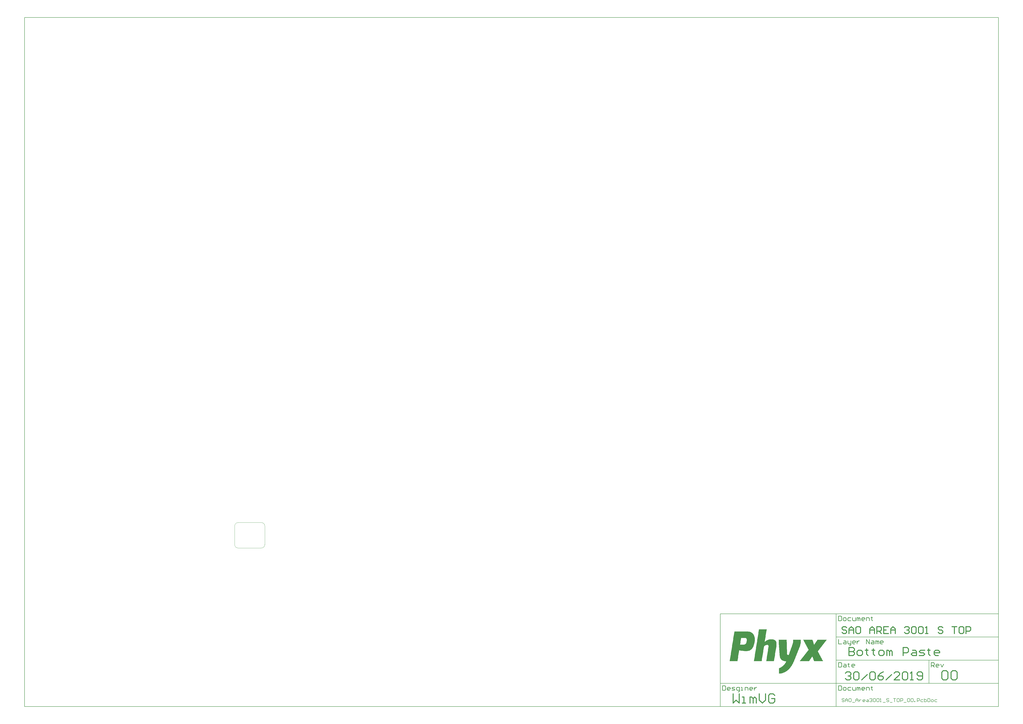
<source format=gbp>
G04*
G04 #@! TF.GenerationSoftware,Altium Limited,Altium Designer,18.1.11 (251)*
G04*
G04 Layer_Color=128*
%FSLAX25Y25*%
%MOIN*%
G70*
G01*
G75*
%ADD10C,0.01575*%
%ADD11C,0.00394*%
%ADD12C,0.00787*%
%ADD13C,0.00984*%
G36*
X872201Y-141778D02*
X873919D01*
Y-142065D01*
X874778D01*
Y-142351D01*
X875637D01*
Y-142637D01*
X876496D01*
Y-142924D01*
X877069D01*
Y-143210D01*
X877355D01*
Y-143496D01*
X877928D01*
Y-143783D01*
X878214D01*
Y-144069D01*
X878786D01*
Y-144355D01*
X879073D01*
Y-144641D01*
X879359D01*
Y-144928D01*
X879646D01*
Y-145214D01*
X879932D01*
Y-145501D01*
X880218D01*
Y-145787D01*
X880504D01*
Y-146073D01*
Y-146359D01*
X880791D01*
Y-146646D01*
X881077D01*
Y-146932D01*
Y-147218D01*
X881363D01*
Y-147505D01*
X881650D01*
Y-147791D01*
Y-148077D01*
X881936D01*
Y-148364D01*
Y-148650D01*
Y-148936D01*
X882222D01*
Y-149223D01*
Y-149509D01*
Y-149795D01*
X882509D01*
Y-150082D01*
Y-150368D01*
Y-150654D01*
Y-150940D01*
X882795D01*
Y-151227D01*
Y-151513D01*
Y-151799D01*
Y-152086D01*
Y-152372D01*
X883081D01*
Y-152658D01*
Y-152945D01*
Y-153231D01*
Y-153517D01*
Y-153804D01*
Y-154090D01*
Y-154376D01*
Y-154663D01*
Y-154949D01*
Y-155235D01*
Y-155521D01*
Y-155808D01*
Y-156094D01*
Y-156380D01*
Y-156667D01*
Y-156953D01*
Y-157239D01*
Y-157526D01*
Y-157812D01*
Y-158098D01*
X882795D01*
Y-158385D01*
Y-158671D01*
Y-158957D01*
Y-159244D01*
Y-159530D01*
Y-159816D01*
Y-160102D01*
X882509D01*
Y-160389D01*
Y-160675D01*
Y-160961D01*
Y-161248D01*
Y-161534D01*
X882222D01*
Y-161820D01*
Y-162107D01*
Y-162393D01*
Y-162679D01*
Y-162966D01*
X881936D01*
Y-163252D01*
Y-163538D01*
Y-163824D01*
X881650D01*
Y-164111D01*
Y-164397D01*
Y-164683D01*
Y-164970D01*
X881363D01*
Y-165256D01*
Y-165542D01*
Y-165829D01*
X881077D01*
Y-166115D01*
Y-166401D01*
X880791D01*
Y-166688D01*
Y-166974D01*
Y-167260D01*
X880504D01*
Y-167547D01*
Y-167833D01*
X880218D01*
Y-168119D01*
Y-168405D01*
X879932D01*
Y-168692D01*
Y-168978D01*
X879646D01*
Y-169264D01*
X879359D01*
Y-169551D01*
Y-169837D01*
X879073D01*
Y-170123D01*
X878786D01*
Y-170410D01*
X878500D01*
Y-170696D01*
Y-170982D01*
X878214D01*
Y-171269D01*
X877928D01*
Y-171555D01*
X877641D01*
Y-171841D01*
X877355D01*
Y-172127D01*
X877069D01*
Y-172414D01*
X876496D01*
Y-172700D01*
X876210D01*
Y-172986D01*
X875637D01*
Y-173273D01*
X875351D01*
Y-173559D01*
X874778D01*
Y-173845D01*
X873919D01*
Y-174132D01*
X873060D01*
Y-174418D01*
X872201D01*
Y-174704D01*
X870483D01*
Y-174991D01*
X865330D01*
Y-174704D01*
X862753D01*
Y-174418D01*
X860749D01*
Y-174132D01*
X859317D01*
Y-173845D01*
X857886D01*
Y-173559D01*
X856454D01*
Y-173845D01*
Y-174132D01*
Y-174418D01*
Y-174704D01*
Y-174991D01*
Y-175277D01*
Y-175563D01*
X856168D01*
Y-175850D01*
Y-176136D01*
Y-176422D01*
Y-176709D01*
Y-176995D01*
Y-177281D01*
X855882D01*
Y-177568D01*
Y-177854D01*
Y-178140D01*
Y-178426D01*
Y-178713D01*
Y-178999D01*
X855595D01*
Y-179285D01*
Y-179572D01*
Y-179858D01*
Y-180144D01*
Y-180431D01*
Y-180717D01*
Y-181003D01*
X855309D01*
Y-181290D01*
Y-181576D01*
Y-181862D01*
Y-182149D01*
Y-182435D01*
Y-182721D01*
X855023D01*
Y-183007D01*
Y-183294D01*
Y-183580D01*
Y-183866D01*
Y-184153D01*
Y-184439D01*
X854736D01*
Y-184725D01*
Y-185012D01*
Y-185298D01*
Y-185584D01*
Y-185871D01*
Y-186157D01*
Y-186443D01*
X854450D01*
Y-186730D01*
Y-187016D01*
Y-187302D01*
Y-187588D01*
Y-187875D01*
Y-188161D01*
X854164D01*
Y-188447D01*
Y-188734D01*
Y-189020D01*
Y-189306D01*
Y-189593D01*
Y-189879D01*
X853877D01*
Y-190165D01*
Y-190452D01*
Y-190738D01*
Y-191024D01*
Y-191311D01*
Y-191597D01*
Y-191883D01*
X840421D01*
Y-191597D01*
X840707D01*
Y-191311D01*
Y-191024D01*
Y-190738D01*
Y-190452D01*
Y-190165D01*
X840993D01*
Y-189879D01*
Y-189593D01*
Y-189306D01*
Y-189020D01*
Y-188734D01*
Y-188447D01*
Y-188161D01*
X841280D01*
Y-187875D01*
Y-187588D01*
Y-187302D01*
Y-187016D01*
Y-186730D01*
Y-186443D01*
X841566D01*
Y-186157D01*
Y-185871D01*
Y-185584D01*
Y-185298D01*
Y-185012D01*
Y-184725D01*
X841852D01*
Y-184439D01*
Y-184153D01*
Y-183866D01*
Y-183580D01*
Y-183294D01*
Y-183007D01*
Y-182721D01*
X842138D01*
Y-182435D01*
Y-182149D01*
Y-181862D01*
Y-181576D01*
Y-181290D01*
Y-181003D01*
X842425D01*
Y-180717D01*
Y-180431D01*
Y-180144D01*
Y-179858D01*
Y-179572D01*
Y-179285D01*
X842711D01*
Y-178999D01*
Y-178713D01*
Y-178426D01*
Y-178140D01*
Y-177854D01*
Y-177568D01*
X842997D01*
Y-177281D01*
Y-176995D01*
Y-176709D01*
Y-176422D01*
Y-176136D01*
Y-175850D01*
Y-175563D01*
X843284D01*
Y-175277D01*
Y-174991D01*
Y-174704D01*
Y-174418D01*
Y-174132D01*
Y-173845D01*
X843570D01*
Y-173559D01*
Y-173273D01*
Y-172986D01*
Y-172700D01*
Y-172414D01*
Y-172127D01*
X843856D01*
Y-171841D01*
Y-171555D01*
Y-171269D01*
Y-170982D01*
Y-170696D01*
Y-170410D01*
X844143D01*
Y-170123D01*
Y-169837D01*
Y-169551D01*
Y-169264D01*
Y-168978D01*
Y-168692D01*
Y-168405D01*
X844429D01*
Y-168119D01*
Y-167833D01*
Y-167547D01*
Y-167260D01*
Y-166974D01*
Y-166688D01*
X844715D01*
Y-166401D01*
Y-166115D01*
Y-165829D01*
Y-165542D01*
Y-165256D01*
Y-164970D01*
X845002D01*
Y-164683D01*
Y-164397D01*
Y-164111D01*
Y-163824D01*
Y-163538D01*
Y-163252D01*
Y-162966D01*
X845288D01*
Y-162679D01*
Y-162393D01*
Y-162107D01*
Y-161820D01*
Y-161534D01*
Y-161248D01*
X845574D01*
Y-160961D01*
Y-160675D01*
Y-160389D01*
Y-160102D01*
Y-159816D01*
Y-159530D01*
X845861D01*
Y-159244D01*
Y-158957D01*
Y-158671D01*
Y-158385D01*
Y-158098D01*
Y-157812D01*
X846147D01*
Y-157526D01*
Y-157239D01*
Y-156953D01*
Y-156667D01*
Y-156380D01*
Y-156094D01*
Y-155808D01*
X846433D01*
Y-155521D01*
Y-155235D01*
Y-154949D01*
Y-154663D01*
Y-154376D01*
Y-154090D01*
X846719D01*
Y-153804D01*
Y-153517D01*
Y-153231D01*
Y-152945D01*
Y-152658D01*
Y-152372D01*
X847006D01*
Y-152086D01*
Y-151799D01*
Y-151513D01*
Y-151227D01*
Y-150940D01*
Y-150654D01*
Y-150368D01*
X847292D01*
Y-150082D01*
Y-149795D01*
Y-149509D01*
Y-149223D01*
Y-148936D01*
Y-148650D01*
X847578D01*
Y-148364D01*
Y-148077D01*
Y-147791D01*
Y-147505D01*
Y-147218D01*
Y-146932D01*
X847865D01*
Y-146646D01*
Y-146359D01*
Y-146073D01*
Y-145787D01*
Y-145501D01*
Y-145214D01*
Y-144928D01*
X848151D01*
Y-144641D01*
Y-144355D01*
Y-144069D01*
Y-143783D01*
Y-143496D01*
Y-143210D01*
X848437D01*
Y-142924D01*
Y-142637D01*
Y-142351D01*
Y-142065D01*
Y-141778D01*
Y-141492D01*
X872201D01*
Y-141778D01*
D02*
G37*
G36*
X903409Y-138343D02*
Y-138629D01*
X903123D01*
Y-138915D01*
Y-139202D01*
Y-139488D01*
Y-139774D01*
Y-140060D01*
Y-140347D01*
X902837D01*
Y-140633D01*
Y-140919D01*
Y-141206D01*
Y-141492D01*
Y-141778D01*
Y-142065D01*
X902551D01*
Y-142351D01*
Y-142637D01*
Y-142924D01*
Y-143210D01*
Y-143496D01*
Y-143783D01*
Y-144069D01*
X902264D01*
Y-144355D01*
Y-144641D01*
Y-144928D01*
Y-145214D01*
Y-145501D01*
Y-145787D01*
X901978D01*
Y-146073D01*
Y-146359D01*
Y-146646D01*
Y-146932D01*
Y-147218D01*
Y-147505D01*
X901692D01*
Y-147791D01*
Y-148077D01*
Y-148364D01*
Y-148650D01*
Y-148936D01*
Y-149223D01*
Y-149509D01*
X901405D01*
Y-149795D01*
Y-150082D01*
Y-150368D01*
Y-150654D01*
Y-150940D01*
Y-151227D01*
X901119D01*
Y-151513D01*
Y-151799D01*
Y-152086D01*
Y-152372D01*
Y-152658D01*
Y-152945D01*
X900833D01*
Y-153231D01*
Y-153517D01*
Y-153804D01*
Y-154090D01*
Y-154376D01*
Y-154663D01*
X900546D01*
Y-154949D01*
Y-155235D01*
Y-155521D01*
Y-155808D01*
Y-156094D01*
Y-156380D01*
Y-156667D01*
X900260D01*
Y-156953D01*
Y-157239D01*
Y-157526D01*
Y-157812D01*
Y-158098D01*
Y-158385D01*
X899974D01*
Y-158671D01*
Y-158957D01*
X900546D01*
Y-158671D01*
X900833D01*
Y-158385D01*
X901119D01*
Y-158098D01*
X901692D01*
Y-157812D01*
X901978D01*
Y-157526D01*
X902264D01*
Y-157239D01*
X902837D01*
Y-156953D01*
X903409D01*
Y-156667D01*
X903696D01*
Y-156380D01*
X904268D01*
Y-156094D01*
X905127D01*
Y-155808D01*
X905700D01*
Y-155521D01*
X906559D01*
Y-155235D01*
X907990D01*
Y-154949D01*
X914289D01*
Y-155235D01*
X915435D01*
Y-155521D01*
X916294D01*
Y-155808D01*
X916866D01*
Y-156094D01*
X917153D01*
Y-156380D01*
X917725D01*
Y-156667D01*
X918011D01*
Y-156953D01*
X918298D01*
Y-157239D01*
X918584D01*
Y-157526D01*
X918870D01*
Y-157812D01*
Y-158098D01*
X919157D01*
Y-158385D01*
Y-158671D01*
X919443D01*
Y-158957D01*
Y-159244D01*
Y-159530D01*
X919729D01*
Y-159816D01*
Y-160102D01*
Y-160389D01*
Y-160675D01*
X920016D01*
Y-160961D01*
Y-161248D01*
Y-161534D01*
Y-161820D01*
Y-162107D01*
Y-162393D01*
Y-162679D01*
Y-162966D01*
Y-163252D01*
Y-163538D01*
Y-163824D01*
Y-164111D01*
Y-164397D01*
Y-164683D01*
Y-164970D01*
Y-165256D01*
Y-165542D01*
Y-165829D01*
X919729D01*
Y-166115D01*
Y-166401D01*
Y-166688D01*
Y-166974D01*
Y-167260D01*
Y-167547D01*
Y-167833D01*
X919443D01*
Y-168119D01*
Y-168405D01*
Y-168692D01*
Y-168978D01*
Y-169264D01*
Y-169551D01*
Y-169837D01*
X919157D01*
Y-170123D01*
Y-170410D01*
Y-170696D01*
Y-170982D01*
Y-171269D01*
Y-171555D01*
X918870D01*
Y-171841D01*
Y-172127D01*
Y-172414D01*
Y-172700D01*
Y-172986D01*
Y-173273D01*
X918584D01*
Y-173559D01*
Y-173845D01*
Y-174132D01*
Y-174418D01*
Y-174704D01*
Y-174991D01*
X918298D01*
Y-175277D01*
Y-175563D01*
Y-175850D01*
Y-176136D01*
Y-176422D01*
Y-176709D01*
Y-176995D01*
X918011D01*
Y-177281D01*
Y-177568D01*
Y-177854D01*
Y-178140D01*
Y-178426D01*
Y-178713D01*
X917725D01*
Y-178999D01*
Y-179285D01*
Y-179572D01*
Y-179858D01*
Y-180144D01*
Y-180431D01*
X917439D01*
Y-180717D01*
Y-181003D01*
Y-181290D01*
Y-181576D01*
Y-181862D01*
Y-182149D01*
Y-182435D01*
X917153D01*
Y-182721D01*
Y-183007D01*
Y-183294D01*
Y-183580D01*
Y-183866D01*
Y-184153D01*
X916866D01*
Y-184439D01*
Y-184725D01*
Y-185012D01*
Y-185298D01*
Y-185584D01*
Y-185871D01*
X916580D01*
Y-186157D01*
Y-186443D01*
Y-186730D01*
Y-187016D01*
Y-187302D01*
Y-187588D01*
X916294D01*
Y-187875D01*
Y-188161D01*
Y-188447D01*
Y-188734D01*
Y-189020D01*
Y-189306D01*
Y-189593D01*
X916007D01*
Y-189879D01*
Y-190165D01*
Y-190452D01*
Y-190738D01*
Y-191024D01*
Y-191311D01*
X915721D01*
Y-191597D01*
Y-191883D01*
X902551D01*
Y-191597D01*
Y-191311D01*
X902837D01*
Y-191024D01*
Y-190738D01*
Y-190452D01*
Y-190165D01*
Y-189879D01*
Y-189593D01*
X903123D01*
Y-189306D01*
Y-189020D01*
Y-188734D01*
Y-188447D01*
Y-188161D01*
Y-187875D01*
Y-187588D01*
X903409D01*
Y-187302D01*
Y-187016D01*
Y-186730D01*
Y-186443D01*
Y-186157D01*
Y-185871D01*
X903696D01*
Y-185584D01*
Y-185298D01*
Y-185012D01*
Y-184725D01*
Y-184439D01*
Y-184153D01*
X903982D01*
Y-183866D01*
Y-183580D01*
Y-183294D01*
Y-183007D01*
Y-182721D01*
Y-182435D01*
Y-182149D01*
X904268D01*
Y-181862D01*
Y-181576D01*
Y-181290D01*
Y-181003D01*
Y-180717D01*
Y-180431D01*
X904555D01*
Y-180144D01*
Y-179858D01*
Y-179572D01*
Y-179285D01*
Y-178999D01*
Y-178713D01*
Y-178426D01*
X904841D01*
Y-178140D01*
Y-177854D01*
Y-177568D01*
Y-177281D01*
Y-176995D01*
Y-176709D01*
X905127D01*
Y-176422D01*
Y-176136D01*
Y-175850D01*
Y-175563D01*
Y-175277D01*
Y-174991D01*
X905414D01*
Y-174704D01*
Y-174418D01*
Y-174132D01*
Y-173845D01*
Y-173559D01*
Y-173273D01*
X905700D01*
Y-172986D01*
Y-172700D01*
Y-172414D01*
Y-172127D01*
Y-171841D01*
Y-171555D01*
Y-171269D01*
X905986D01*
Y-170982D01*
Y-170696D01*
Y-170410D01*
Y-170123D01*
Y-169837D01*
Y-169551D01*
X906273D01*
Y-169264D01*
Y-168978D01*
Y-168692D01*
Y-168405D01*
Y-168119D01*
Y-167833D01*
Y-167547D01*
X906559D01*
Y-167260D01*
Y-166974D01*
Y-166688D01*
Y-166401D01*
Y-166115D01*
Y-165829D01*
X906273D01*
Y-165542D01*
Y-165256D01*
X905986D01*
Y-164970D01*
X905700D01*
Y-164683D01*
X905127D01*
Y-164397D01*
X903409D01*
Y-164683D01*
X901978D01*
Y-164970D01*
X901119D01*
Y-165256D01*
X900546D01*
Y-165542D01*
X900260D01*
Y-165829D01*
X899687D01*
Y-166115D01*
X899401D01*
Y-166401D01*
X899115D01*
Y-166688D01*
Y-166974D01*
X898828D01*
Y-167260D01*
Y-167547D01*
Y-167833D01*
X898542D01*
Y-168119D01*
Y-168405D01*
Y-168692D01*
Y-168978D01*
Y-169264D01*
Y-169551D01*
X898256D01*
Y-169837D01*
Y-170123D01*
Y-170410D01*
Y-170696D01*
Y-170982D01*
Y-171269D01*
Y-171555D01*
X897970D01*
Y-171841D01*
Y-172127D01*
Y-172414D01*
Y-172700D01*
Y-172986D01*
Y-173273D01*
X897683D01*
Y-173559D01*
Y-173845D01*
Y-174132D01*
Y-174418D01*
Y-174704D01*
Y-174991D01*
X897397D01*
Y-175277D01*
Y-175563D01*
Y-175850D01*
Y-176136D01*
Y-176422D01*
Y-176709D01*
X897111D01*
Y-176995D01*
Y-177281D01*
Y-177568D01*
Y-177854D01*
Y-178140D01*
Y-178426D01*
Y-178713D01*
X896824D01*
Y-178999D01*
Y-179285D01*
Y-179572D01*
Y-179858D01*
Y-180144D01*
Y-180431D01*
X896538D01*
Y-180717D01*
Y-181003D01*
Y-181290D01*
Y-181576D01*
Y-181862D01*
Y-182149D01*
X896252D01*
Y-182435D01*
Y-182721D01*
Y-183007D01*
Y-183294D01*
Y-183580D01*
Y-183866D01*
Y-184153D01*
X895965D01*
Y-184439D01*
Y-184725D01*
Y-185012D01*
Y-185298D01*
Y-185584D01*
Y-185871D01*
X895679D01*
Y-186157D01*
Y-186443D01*
Y-186730D01*
Y-187016D01*
Y-187302D01*
Y-187588D01*
X895393D01*
Y-187875D01*
Y-188161D01*
Y-188447D01*
Y-188734D01*
Y-189020D01*
Y-189306D01*
X895106D01*
Y-189593D01*
Y-189879D01*
Y-190165D01*
Y-190452D01*
Y-190738D01*
Y-191024D01*
Y-191311D01*
X894820D01*
Y-191597D01*
Y-191883D01*
X881650D01*
Y-191597D01*
Y-191311D01*
X881936D01*
Y-191024D01*
Y-190738D01*
Y-190452D01*
Y-190165D01*
Y-189879D01*
Y-189593D01*
Y-189306D01*
X882222D01*
Y-189020D01*
Y-188734D01*
Y-188447D01*
Y-188161D01*
Y-187875D01*
Y-187588D01*
X882509D01*
Y-187302D01*
Y-187016D01*
Y-186730D01*
Y-186443D01*
Y-186157D01*
Y-185871D01*
X882795D01*
Y-185584D01*
Y-185298D01*
Y-185012D01*
Y-184725D01*
Y-184439D01*
Y-184153D01*
Y-183866D01*
X883081D01*
Y-183580D01*
Y-183294D01*
Y-183007D01*
Y-182721D01*
Y-182435D01*
Y-182149D01*
X883368D01*
Y-181862D01*
Y-181576D01*
Y-181290D01*
Y-181003D01*
Y-180717D01*
Y-180431D01*
X883654D01*
Y-180144D01*
Y-179858D01*
Y-179572D01*
Y-179285D01*
Y-178999D01*
Y-178713D01*
X883940D01*
Y-178426D01*
Y-178140D01*
Y-177854D01*
Y-177568D01*
Y-177281D01*
Y-176995D01*
Y-176709D01*
X884227D01*
Y-176422D01*
Y-176136D01*
Y-175850D01*
Y-175563D01*
Y-175277D01*
Y-174991D01*
X884513D01*
Y-174704D01*
Y-174418D01*
Y-174132D01*
Y-173845D01*
Y-173559D01*
Y-173273D01*
X884799D01*
Y-172986D01*
Y-172700D01*
Y-172414D01*
Y-172127D01*
Y-171841D01*
Y-171555D01*
Y-171269D01*
X885085D01*
Y-170982D01*
Y-170696D01*
Y-170410D01*
Y-170123D01*
Y-169837D01*
Y-169551D01*
X885372D01*
Y-169264D01*
Y-168978D01*
Y-168692D01*
Y-168405D01*
Y-168119D01*
Y-167833D01*
X885658D01*
Y-167547D01*
Y-167260D01*
Y-166974D01*
Y-166688D01*
Y-166401D01*
Y-166115D01*
X885944D01*
Y-165829D01*
Y-165542D01*
Y-165256D01*
Y-164970D01*
Y-164683D01*
Y-164397D01*
Y-164111D01*
X886231D01*
Y-163824D01*
Y-163538D01*
Y-163252D01*
Y-162966D01*
Y-162679D01*
Y-162393D01*
X886517D01*
Y-162107D01*
Y-161820D01*
Y-161534D01*
Y-161248D01*
Y-160961D01*
Y-160675D01*
X886803D01*
Y-160389D01*
Y-160102D01*
Y-159816D01*
Y-159530D01*
Y-159244D01*
Y-158957D01*
X887090D01*
Y-158671D01*
Y-158385D01*
Y-158098D01*
Y-157812D01*
Y-157526D01*
Y-157239D01*
Y-156953D01*
X887376D01*
Y-156667D01*
Y-156380D01*
Y-156094D01*
Y-155808D01*
Y-155521D01*
Y-155235D01*
X887662D01*
Y-154949D01*
Y-154663D01*
Y-154376D01*
Y-154090D01*
Y-153804D01*
Y-153517D01*
X887949D01*
Y-153231D01*
Y-152945D01*
Y-152658D01*
Y-152372D01*
Y-152086D01*
Y-151799D01*
Y-151513D01*
X888235D01*
Y-151227D01*
Y-150940D01*
Y-150654D01*
Y-150368D01*
Y-150082D01*
Y-149795D01*
X888521D01*
Y-149509D01*
Y-149223D01*
Y-148936D01*
Y-148650D01*
Y-148364D01*
Y-148077D01*
X888807D01*
Y-147791D01*
Y-147505D01*
Y-147218D01*
Y-146932D01*
Y-146646D01*
Y-146359D01*
X889094D01*
Y-146073D01*
Y-145787D01*
Y-145501D01*
Y-145214D01*
Y-144928D01*
Y-144641D01*
Y-144355D01*
X889380D01*
Y-144069D01*
Y-143783D01*
Y-143496D01*
Y-143210D01*
Y-142924D01*
Y-142637D01*
X889666D01*
Y-142351D01*
Y-142065D01*
Y-141778D01*
Y-141492D01*
Y-141206D01*
Y-140919D01*
X889953D01*
Y-140633D01*
Y-140347D01*
Y-140060D01*
Y-139774D01*
Y-139488D01*
Y-139202D01*
Y-138915D01*
X890239D01*
Y-138629D01*
Y-138343D01*
Y-138056D01*
X903409D01*
Y-138343D01*
D02*
G37*
G36*
X1005337Y-155808D02*
X1005050D01*
Y-156094D01*
X1004764D01*
Y-156380D01*
Y-156667D01*
X1004478D01*
Y-156953D01*
X1004192D01*
Y-157239D01*
X1003905D01*
Y-157526D01*
Y-157812D01*
X1003619D01*
Y-158098D01*
X1003333D01*
Y-158385D01*
X1003046D01*
Y-158671D01*
X1002760D01*
Y-158957D01*
Y-159244D01*
X1002474D01*
Y-159530D01*
X1002187D01*
Y-159816D01*
X1001901D01*
Y-160102D01*
Y-160389D01*
X1001615D01*
Y-160675D01*
X1001328D01*
Y-160961D01*
X1001042D01*
Y-161248D01*
X1000756D01*
Y-161534D01*
Y-161820D01*
X1000469D01*
Y-162107D01*
X1000183D01*
Y-162393D01*
X999897D01*
Y-162679D01*
Y-162966D01*
X999611D01*
Y-163252D01*
X999324D01*
Y-163538D01*
X999038D01*
Y-163824D01*
Y-164111D01*
X998752D01*
Y-164397D01*
X998465D01*
Y-164683D01*
X998179D01*
Y-164970D01*
X997893D01*
Y-165256D01*
Y-165542D01*
X997606D01*
Y-165829D01*
X997320D01*
Y-166115D01*
X997034D01*
Y-166401D01*
Y-166688D01*
X996747D01*
Y-166974D01*
X996461D01*
Y-167260D01*
X996175D01*
Y-167547D01*
Y-167833D01*
X995889D01*
Y-168119D01*
X995602D01*
Y-168405D01*
X995316D01*
Y-168692D01*
X995030D01*
Y-168978D01*
Y-169264D01*
X994743D01*
Y-169551D01*
X994457D01*
Y-169837D01*
X994171D01*
Y-170123D01*
Y-170410D01*
X993884D01*
Y-170696D01*
X993598D01*
Y-170982D01*
X993312D01*
Y-171269D01*
Y-171555D01*
X993025D01*
Y-171841D01*
X992739D01*
Y-172127D01*
X992453D01*
Y-172414D01*
X992166D01*
Y-172700D01*
Y-172986D01*
X991880D01*
Y-173273D01*
X991594D01*
Y-173559D01*
X991308D01*
Y-173845D01*
Y-174132D01*
X991021D01*
Y-174418D01*
X990735D01*
Y-174704D01*
X990449D01*
Y-174991D01*
X990162D01*
Y-175277D01*
Y-175563D01*
X990449D01*
Y-175850D01*
Y-176136D01*
X990735D01*
Y-176422D01*
Y-176709D01*
X991021D01*
Y-176995D01*
X991308D01*
Y-177281D01*
Y-177568D01*
X991594D01*
Y-177854D01*
Y-178140D01*
X991880D01*
Y-178426D01*
Y-178713D01*
X992166D01*
Y-178999D01*
Y-179285D01*
X992453D01*
Y-179572D01*
Y-179858D01*
X992739D01*
Y-180144D01*
Y-180431D01*
X993025D01*
Y-180717D01*
Y-181003D01*
X993312D01*
Y-181290D01*
Y-181576D01*
X993598D01*
Y-181862D01*
X993884D01*
Y-182149D01*
Y-182435D01*
X994171D01*
Y-182721D01*
Y-183007D01*
X994457D01*
Y-183294D01*
Y-183580D01*
X994743D01*
Y-183866D01*
Y-184153D01*
X995030D01*
Y-184439D01*
Y-184725D01*
X995316D01*
Y-185012D01*
Y-185298D01*
X995602D01*
Y-185584D01*
Y-185871D01*
X995889D01*
Y-186157D01*
X996175D01*
Y-186443D01*
Y-186730D01*
X996461D01*
Y-187016D01*
Y-187302D01*
X996747D01*
Y-187588D01*
Y-187875D01*
X997034D01*
Y-188161D01*
Y-188447D01*
X997320D01*
Y-188734D01*
Y-189020D01*
X997606D01*
Y-189306D01*
Y-189593D01*
X997893D01*
Y-189879D01*
Y-190165D01*
X998179D01*
Y-190452D01*
X998465D01*
Y-190738D01*
Y-191024D01*
X998752D01*
Y-191311D01*
Y-191597D01*
X999038D01*
Y-191883D01*
X983863D01*
Y-191597D01*
X983577D01*
Y-191311D01*
Y-191024D01*
Y-190738D01*
X983291D01*
Y-190452D01*
Y-190165D01*
Y-189879D01*
X983004D01*
Y-189593D01*
Y-189306D01*
X982718D01*
Y-189020D01*
Y-188734D01*
Y-188447D01*
X982432D01*
Y-188161D01*
Y-187875D01*
Y-187588D01*
X982146D01*
Y-187302D01*
Y-187016D01*
X981859D01*
Y-186730D01*
Y-186443D01*
Y-186157D01*
X981573D01*
Y-185871D01*
Y-185584D01*
Y-185298D01*
X981287D01*
Y-185012D01*
Y-184725D01*
Y-184439D01*
X981000D01*
Y-184153D01*
X980428D01*
Y-184439D01*
Y-184725D01*
X980141D01*
Y-185012D01*
X979855D01*
Y-185298D01*
Y-185584D01*
X979569D01*
Y-185871D01*
X979282D01*
Y-186157D01*
Y-186443D01*
X978996D01*
Y-186730D01*
X978710D01*
Y-187016D01*
Y-187302D01*
X978423D01*
Y-187588D01*
X978137D01*
Y-187875D01*
X977851D01*
Y-188161D01*
Y-188447D01*
X977565D01*
Y-188734D01*
X977278D01*
Y-189020D01*
Y-189306D01*
X976992D01*
Y-189593D01*
X976705D01*
Y-189879D01*
Y-190165D01*
X976419D01*
Y-190452D01*
X976133D01*
Y-190738D01*
Y-191024D01*
X975847D01*
Y-191311D01*
X975560D01*
Y-191597D01*
Y-191883D01*
X959527D01*
Y-191597D01*
X959813D01*
Y-191311D01*
X960099D01*
Y-191024D01*
X960386D01*
Y-190738D01*
X960672D01*
Y-190452D01*
Y-190165D01*
X960958D01*
Y-189879D01*
X961245D01*
Y-189593D01*
X961531D01*
Y-189306D01*
X961817D01*
Y-189020D01*
Y-188734D01*
X962104D01*
Y-188447D01*
X962390D01*
Y-188161D01*
X962676D01*
Y-187875D01*
Y-187588D01*
X962963D01*
Y-187302D01*
X963249D01*
Y-187016D01*
X963535D01*
Y-186730D01*
X963822D01*
Y-186443D01*
Y-186157D01*
X964108D01*
Y-185871D01*
X964394D01*
Y-185584D01*
X964680D01*
Y-185298D01*
X964967D01*
Y-185012D01*
Y-184725D01*
X965253D01*
Y-184439D01*
X965539D01*
Y-184153D01*
X965826D01*
Y-183866D01*
Y-183580D01*
X966112D01*
Y-183294D01*
X966398D01*
Y-183007D01*
X966685D01*
Y-182721D01*
X966971D01*
Y-182435D01*
Y-182149D01*
X967257D01*
Y-181862D01*
X967544D01*
Y-181576D01*
X967830D01*
Y-181290D01*
Y-181003D01*
X968116D01*
Y-180717D01*
X968402D01*
Y-180431D01*
X968689D01*
Y-180144D01*
X968975D01*
Y-179858D01*
Y-179572D01*
X969261D01*
Y-179285D01*
X969548D01*
Y-178999D01*
X969834D01*
Y-178713D01*
Y-178426D01*
X970120D01*
Y-178140D01*
X970407D01*
Y-177854D01*
X970693D01*
Y-177568D01*
X970979D01*
Y-177281D01*
Y-176995D01*
X971266D01*
Y-176709D01*
X971552D01*
Y-176422D01*
X971838D01*
Y-176136D01*
X972124D01*
Y-175850D01*
Y-175563D01*
X972411D01*
Y-175277D01*
X972697D01*
Y-174991D01*
X972983D01*
Y-174704D01*
Y-174418D01*
X973270D01*
Y-174132D01*
X973556D01*
Y-173845D01*
X973842D01*
Y-173559D01*
X974129D01*
Y-173273D01*
Y-172986D01*
X974415D01*
Y-172700D01*
Y-172414D01*
Y-172127D01*
X974129D01*
Y-171841D01*
X973842D01*
Y-171555D01*
Y-171269D01*
X973556D01*
Y-170982D01*
Y-170696D01*
X973270D01*
Y-170410D01*
Y-170123D01*
X972983D01*
Y-169837D01*
Y-169551D01*
X972697D01*
Y-169264D01*
Y-168978D01*
X972411D01*
Y-168692D01*
Y-168405D01*
X972124D01*
Y-168119D01*
X971838D01*
Y-167833D01*
Y-167547D01*
X971552D01*
Y-167260D01*
Y-166974D01*
X971266D01*
Y-166688D01*
Y-166401D01*
X970979D01*
Y-166115D01*
Y-165829D01*
X970693D01*
Y-165542D01*
Y-165256D01*
X970407D01*
Y-164970D01*
Y-164683D01*
X970120D01*
Y-164397D01*
X969834D01*
Y-164111D01*
Y-163824D01*
X969548D01*
Y-163538D01*
Y-163252D01*
X969261D01*
Y-162966D01*
Y-162679D01*
X968975D01*
Y-162393D01*
Y-162107D01*
X968689D01*
Y-161820D01*
Y-161534D01*
X968402D01*
Y-161248D01*
Y-160961D01*
X968116D01*
Y-160675D01*
Y-160389D01*
X967830D01*
Y-160102D01*
X967544D01*
Y-159816D01*
Y-159530D01*
X967257D01*
Y-159244D01*
Y-158957D01*
X966971D01*
Y-158671D01*
Y-158385D01*
X966685D01*
Y-158098D01*
Y-157812D01*
X966398D01*
Y-157526D01*
Y-157239D01*
X966112D01*
Y-156953D01*
Y-156667D01*
X965826D01*
Y-156380D01*
X965539D01*
Y-156094D01*
Y-155808D01*
X965253D01*
Y-155521D01*
X981000D01*
Y-155808D01*
X981287D01*
Y-156094D01*
Y-156380D01*
Y-156667D01*
X981573D01*
Y-156953D01*
Y-157239D01*
Y-157526D01*
X981859D01*
Y-157812D01*
Y-158098D01*
Y-158385D01*
X982146D01*
Y-158671D01*
Y-158957D01*
Y-159244D01*
X982432D01*
Y-159530D01*
Y-159816D01*
Y-160102D01*
X982718D01*
Y-160389D01*
Y-160675D01*
Y-160961D01*
X983004D01*
Y-161248D01*
Y-161534D01*
Y-161820D01*
X983291D01*
Y-162107D01*
Y-162393D01*
Y-162679D01*
X983577D01*
Y-162966D01*
Y-163252D01*
Y-163538D01*
Y-163824D01*
X984150D01*
Y-163538D01*
X984436D01*
Y-163252D01*
X984722D01*
Y-162966D01*
Y-162679D01*
X985009D01*
Y-162393D01*
X985295D01*
Y-162107D01*
Y-161820D01*
X985581D01*
Y-161534D01*
X985868D01*
Y-161248D01*
Y-160961D01*
X986154D01*
Y-160675D01*
X986440D01*
Y-160389D01*
Y-160102D01*
X986726D01*
Y-159816D01*
X987013D01*
Y-159530D01*
Y-159244D01*
X987299D01*
Y-158957D01*
X987585D01*
Y-158671D01*
Y-158385D01*
X987872D01*
Y-158098D01*
X988158D01*
Y-157812D01*
Y-157526D01*
X988444D01*
Y-157239D01*
X988731D01*
Y-156953D01*
Y-156667D01*
X989017D01*
Y-156380D01*
X989303D01*
Y-156094D01*
Y-155808D01*
X989590D01*
Y-155521D01*
X1005337D01*
Y-155808D01*
D02*
G37*
G36*
X961245D02*
Y-156094D01*
Y-156380D01*
Y-156667D01*
Y-156953D01*
Y-157239D01*
Y-157526D01*
Y-157812D01*
Y-158098D01*
Y-158385D01*
Y-158671D01*
Y-158957D01*
Y-159244D01*
Y-159530D01*
Y-159816D01*
Y-160102D01*
Y-160389D01*
Y-160675D01*
Y-160961D01*
Y-161248D01*
Y-161534D01*
X960958D01*
Y-161820D01*
Y-162107D01*
Y-162393D01*
Y-162679D01*
Y-162966D01*
X960672D01*
Y-163252D01*
Y-163538D01*
Y-163824D01*
Y-164111D01*
X960386D01*
Y-164397D01*
Y-164683D01*
Y-164970D01*
Y-165256D01*
X960099D01*
Y-165542D01*
Y-165829D01*
Y-166115D01*
X959813D01*
Y-166401D01*
Y-166688D01*
Y-166974D01*
X959527D01*
Y-167260D01*
Y-167547D01*
Y-167833D01*
X959241D01*
Y-168119D01*
Y-168405D01*
Y-168692D01*
X958954D01*
Y-168978D01*
Y-169264D01*
X958668D01*
Y-169551D01*
Y-169837D01*
X958381D01*
Y-170123D01*
Y-170410D01*
Y-170696D01*
X958095D01*
Y-170982D01*
Y-171269D01*
X957809D01*
Y-171555D01*
Y-171841D01*
Y-172127D01*
X957523D01*
Y-172414D01*
Y-172700D01*
X957236D01*
Y-172986D01*
Y-173273D01*
Y-173559D01*
X956950D01*
Y-173845D01*
Y-174132D01*
X956664D01*
Y-174418D01*
Y-174704D01*
Y-174991D01*
X956377D01*
Y-175277D01*
Y-175563D01*
X956091D01*
Y-175850D01*
Y-176136D01*
Y-176422D01*
X955805D01*
Y-176709D01*
Y-176995D01*
X955518D01*
Y-177281D01*
Y-177568D01*
Y-177854D01*
X955232D01*
Y-178140D01*
Y-178426D01*
X954946D01*
Y-178713D01*
Y-178999D01*
Y-179285D01*
X954659D01*
Y-179572D01*
Y-179858D01*
X954373D01*
Y-180144D01*
Y-180431D01*
Y-180717D01*
X954087D01*
Y-181003D01*
Y-181290D01*
X953800D01*
Y-181576D01*
Y-181862D01*
Y-182149D01*
X953514D01*
Y-182435D01*
Y-182721D01*
X953228D01*
Y-183007D01*
Y-183294D01*
Y-183580D01*
X952942D01*
Y-183866D01*
Y-184153D01*
X952655D01*
Y-184439D01*
Y-184725D01*
Y-185012D01*
X952369D01*
Y-185298D01*
Y-185584D01*
X952083D01*
Y-185871D01*
Y-186157D01*
Y-186443D01*
X951796D01*
Y-186730D01*
Y-187016D01*
X951510D01*
Y-187302D01*
Y-187588D01*
Y-187875D01*
X951224D01*
Y-188161D01*
Y-188447D01*
X950937D01*
Y-188734D01*
Y-189020D01*
Y-189306D01*
X950651D01*
Y-189593D01*
Y-189879D01*
X950365D01*
Y-190165D01*
Y-190452D01*
Y-190738D01*
X950078D01*
Y-191024D01*
Y-191311D01*
X949792D01*
Y-191597D01*
Y-191883D01*
Y-192169D01*
X949506D01*
Y-192456D01*
Y-192742D01*
X949220D01*
Y-193028D01*
Y-193315D01*
X948933D01*
Y-193601D01*
Y-193887D01*
X948647D01*
Y-194174D01*
Y-194460D01*
Y-194746D01*
X948361D01*
Y-195033D01*
X948074D01*
Y-195319D01*
Y-195605D01*
Y-195891D01*
X947788D01*
Y-196178D01*
X947502D01*
Y-196464D01*
Y-196750D01*
X947215D01*
Y-197037D01*
Y-197323D01*
X946929D01*
Y-197609D01*
Y-197896D01*
X946643D01*
Y-198182D01*
Y-198468D01*
X946356D01*
Y-198755D01*
X946070D01*
Y-199041D01*
Y-199327D01*
X945784D01*
Y-199614D01*
Y-199900D01*
X945497D01*
Y-200186D01*
X945211D01*
Y-200472D01*
X944925D01*
Y-200759D01*
Y-201045D01*
X944639D01*
Y-201331D01*
X944352D01*
Y-201618D01*
Y-201904D01*
X944066D01*
Y-202190D01*
X943780D01*
Y-202477D01*
X943493D01*
Y-202763D01*
Y-203049D01*
X943207D01*
Y-203336D01*
X942921D01*
Y-203622D01*
X942634D01*
Y-203908D01*
X942348D01*
Y-204195D01*
X942062D01*
Y-204481D01*
Y-204767D01*
X941775D01*
Y-205053D01*
X941489D01*
Y-205340D01*
X941203D01*
Y-205626D01*
X940916D01*
Y-205912D01*
X940630D01*
Y-206199D01*
X940344D01*
Y-206485D01*
X940057D01*
Y-206771D01*
X939485D01*
Y-207058D01*
X939199D01*
Y-207344D01*
X938912D01*
Y-207630D01*
X938626D01*
Y-207917D01*
X938340D01*
Y-208203D01*
X937767D01*
Y-208489D01*
X937481D01*
Y-208776D01*
X936908D01*
Y-209062D01*
X936622D01*
Y-209348D01*
X936049D01*
Y-209634D01*
X935763D01*
Y-209921D01*
X935190D01*
Y-210207D01*
X934618D01*
Y-210493D01*
X934045D01*
Y-210780D01*
X933472D01*
Y-211066D01*
X932900D01*
Y-211352D01*
X932041D01*
Y-211639D01*
X931468D01*
Y-211925D01*
X930609D01*
Y-212211D01*
X929464D01*
Y-212498D01*
X928319D01*
Y-212784D01*
X926601D01*
Y-213070D01*
X924597D01*
Y-213357D01*
X924310D01*
Y-213070D01*
Y-212784D01*
Y-212498D01*
Y-212211D01*
Y-211925D01*
Y-211639D01*
Y-211352D01*
Y-211066D01*
Y-210780D01*
Y-210493D01*
Y-210207D01*
Y-209921D01*
Y-209634D01*
Y-209348D01*
Y-209062D01*
Y-208776D01*
Y-208489D01*
Y-208203D01*
Y-207917D01*
Y-207630D01*
Y-207344D01*
Y-207058D01*
Y-206771D01*
Y-206485D01*
Y-206199D01*
Y-205912D01*
Y-205626D01*
Y-205340D01*
Y-205053D01*
Y-204767D01*
Y-204481D01*
Y-204195D01*
Y-203908D01*
X924883D01*
Y-203622D01*
X925455D01*
Y-203336D01*
X926028D01*
Y-203049D01*
X926601D01*
Y-202763D01*
X927173D01*
Y-202477D01*
X927746D01*
Y-202190D01*
X928032D01*
Y-201904D01*
X928605D01*
Y-201618D01*
X928891D01*
Y-201331D01*
X929464D01*
Y-201045D01*
X929750D01*
Y-200759D01*
X930037D01*
Y-200472D01*
X930609D01*
Y-200186D01*
X930896D01*
Y-199900D01*
X931182D01*
Y-199614D01*
X931468D01*
Y-199327D01*
X931754D01*
Y-199041D01*
X932041D01*
Y-198755D01*
X932327D01*
Y-198468D01*
X932613D01*
Y-198182D01*
X932900D01*
Y-197896D01*
X933186D01*
Y-197609D01*
X933472D01*
Y-197323D01*
X933759D01*
Y-197037D01*
Y-196750D01*
X934045D01*
Y-196464D01*
X934331D01*
Y-196178D01*
X934618D01*
Y-195891D01*
Y-195605D01*
X934904D01*
Y-195319D01*
X935190D01*
Y-195033D01*
Y-194746D01*
X935476D01*
Y-194460D01*
Y-194174D01*
X935763D01*
Y-193887D01*
X936049D01*
Y-193601D01*
Y-193315D01*
X936335D01*
Y-193028D01*
Y-192742D01*
X936622D01*
Y-192456D01*
Y-192169D01*
X934904D01*
Y-191883D01*
X932900D01*
Y-191597D01*
X931754D01*
Y-191311D01*
X931182D01*
Y-191024D01*
X930323D01*
Y-190738D01*
X929750D01*
Y-190452D01*
X929464D01*
Y-190165D01*
X928891D01*
Y-189879D01*
X928605D01*
Y-189593D01*
X928319D01*
Y-189306D01*
X928032D01*
Y-189020D01*
X927746D01*
Y-188734D01*
X927460D01*
Y-188447D01*
Y-188161D01*
X927173D01*
Y-187875D01*
X926887D01*
Y-187588D01*
Y-187302D01*
X926601D01*
Y-187016D01*
Y-186730D01*
X926315D01*
Y-186443D01*
Y-186157D01*
X926028D01*
Y-185871D01*
Y-185584D01*
Y-185298D01*
X925742D01*
Y-185012D01*
Y-184725D01*
Y-184439D01*
Y-184153D01*
X925455D01*
Y-183866D01*
Y-183580D01*
Y-183294D01*
Y-183007D01*
Y-182721D01*
Y-182435D01*
Y-182149D01*
X925169D01*
Y-181862D01*
Y-181576D01*
Y-181290D01*
Y-181003D01*
Y-180717D01*
Y-180431D01*
Y-180144D01*
Y-179858D01*
Y-179572D01*
Y-179285D01*
Y-178999D01*
Y-178713D01*
Y-178426D01*
Y-178140D01*
Y-177854D01*
X924883D01*
Y-177568D01*
Y-177281D01*
Y-176995D01*
Y-176709D01*
Y-176422D01*
Y-176136D01*
Y-175850D01*
Y-175563D01*
Y-175277D01*
Y-174991D01*
Y-174704D01*
Y-174418D01*
Y-174132D01*
Y-173845D01*
Y-173559D01*
X924597D01*
Y-173273D01*
Y-172986D01*
Y-172700D01*
Y-172414D01*
Y-172127D01*
Y-171841D01*
Y-171555D01*
Y-171269D01*
Y-170982D01*
Y-170696D01*
Y-170410D01*
Y-170123D01*
Y-169837D01*
Y-169551D01*
Y-169264D01*
Y-168978D01*
X924310D01*
Y-168692D01*
Y-168405D01*
Y-168119D01*
Y-167833D01*
Y-167547D01*
Y-167260D01*
Y-166974D01*
Y-166688D01*
Y-166401D01*
Y-166115D01*
Y-165829D01*
Y-165542D01*
Y-165256D01*
Y-164970D01*
Y-164683D01*
Y-164397D01*
X924024D01*
Y-164111D01*
Y-163824D01*
Y-163538D01*
Y-163252D01*
Y-162966D01*
Y-162679D01*
Y-162393D01*
Y-162107D01*
Y-161820D01*
Y-161534D01*
Y-161248D01*
Y-160961D01*
Y-160675D01*
Y-160389D01*
X923738D01*
Y-160102D01*
Y-159816D01*
Y-159530D01*
Y-159244D01*
Y-158957D01*
Y-158671D01*
Y-158385D01*
Y-158098D01*
Y-157812D01*
Y-157526D01*
Y-157239D01*
Y-156953D01*
Y-156667D01*
Y-156380D01*
Y-156094D01*
Y-155808D01*
X923451D01*
Y-155521D01*
X937194D01*
Y-155808D01*
Y-156094D01*
Y-156380D01*
Y-156667D01*
Y-156953D01*
Y-157239D01*
Y-157526D01*
Y-157812D01*
Y-158098D01*
Y-158385D01*
Y-158671D01*
Y-158957D01*
Y-159244D01*
Y-159530D01*
X937481D01*
Y-159816D01*
Y-160102D01*
Y-160389D01*
Y-160675D01*
Y-160961D01*
Y-161248D01*
Y-161534D01*
Y-161820D01*
Y-162107D01*
Y-162393D01*
Y-162679D01*
Y-162966D01*
Y-163252D01*
Y-163538D01*
Y-163824D01*
Y-164111D01*
Y-164397D01*
Y-164683D01*
Y-164970D01*
Y-165256D01*
Y-165542D01*
Y-165829D01*
Y-166115D01*
Y-166401D01*
Y-166688D01*
Y-166974D01*
Y-167260D01*
Y-167547D01*
Y-167833D01*
Y-168119D01*
Y-168405D01*
Y-168692D01*
Y-168978D01*
Y-169264D01*
Y-169551D01*
Y-169837D01*
Y-170123D01*
Y-170410D01*
Y-170696D01*
Y-170982D01*
Y-171269D01*
X937767D01*
Y-171555D01*
X937481D01*
Y-171841D01*
Y-172127D01*
X937767D01*
Y-172414D01*
Y-172700D01*
Y-172986D01*
Y-173273D01*
Y-173559D01*
Y-173845D01*
Y-174132D01*
Y-174418D01*
Y-174704D01*
Y-174991D01*
Y-175277D01*
Y-175563D01*
Y-175850D01*
Y-176136D01*
Y-176422D01*
Y-176709D01*
Y-176995D01*
Y-177281D01*
Y-177568D01*
Y-177854D01*
Y-178140D01*
Y-178426D01*
Y-178713D01*
Y-178999D01*
Y-179285D01*
Y-179572D01*
X938053D01*
Y-179858D01*
Y-180144D01*
Y-180431D01*
X938340D01*
Y-180717D01*
X938626D01*
Y-181003D01*
X938912D01*
Y-181290D01*
X939771D01*
Y-181576D01*
X940630D01*
Y-181290D01*
X940916D01*
Y-181003D01*
Y-180717D01*
Y-180431D01*
X941203D01*
Y-180144D01*
Y-179858D01*
X941489D01*
Y-179572D01*
Y-179285D01*
Y-178999D01*
X941775D01*
Y-178713D01*
Y-178426D01*
Y-178140D01*
X942062D01*
Y-177854D01*
Y-177568D01*
Y-177281D01*
X942348D01*
Y-176995D01*
Y-176709D01*
Y-176422D01*
X942634D01*
Y-176136D01*
Y-175850D01*
X942921D01*
Y-175563D01*
Y-175277D01*
Y-174991D01*
X943207D01*
Y-174704D01*
Y-174418D01*
Y-174132D01*
X943493D01*
Y-173845D01*
Y-173559D01*
Y-173273D01*
X943780D01*
Y-172986D01*
Y-172700D01*
X944066D01*
Y-172414D01*
Y-172127D01*
Y-171841D01*
X944352D01*
Y-171555D01*
Y-171269D01*
Y-170982D01*
X944639D01*
Y-170696D01*
Y-170410D01*
Y-170123D01*
X944925D01*
Y-169837D01*
Y-169551D01*
X945211D01*
Y-169264D01*
Y-168978D01*
Y-168692D01*
X945497D01*
Y-168405D01*
Y-168119D01*
Y-167833D01*
X945784D01*
Y-167547D01*
Y-167260D01*
Y-166974D01*
X946070D01*
Y-166688D01*
Y-166401D01*
X946356D01*
Y-166115D01*
Y-165829D01*
Y-165542D01*
X946643D01*
Y-165256D01*
Y-164970D01*
Y-164683D01*
X946929D01*
Y-164397D01*
Y-164111D01*
Y-163824D01*
X947215D01*
Y-163538D01*
Y-163252D01*
Y-162966D01*
Y-162679D01*
X947502D01*
Y-162393D01*
Y-162107D01*
Y-161820D01*
Y-161534D01*
X947788D01*
Y-161248D01*
Y-160961D01*
Y-160675D01*
Y-160389D01*
Y-160102D01*
X948074D01*
Y-159816D01*
Y-159530D01*
Y-159244D01*
Y-158957D01*
Y-158671D01*
Y-158385D01*
X948361D01*
Y-158098D01*
Y-157812D01*
Y-157526D01*
Y-157239D01*
Y-156953D01*
Y-156667D01*
Y-156380D01*
Y-156094D01*
Y-155808D01*
Y-155521D01*
X961245D01*
Y-155808D01*
D02*
G37*
%LPC*%
G36*
X867907Y-152658D02*
X859890D01*
Y-152945D01*
Y-153231D01*
Y-153517D01*
Y-153804D01*
Y-154090D01*
X859604D01*
Y-154376D01*
Y-154663D01*
Y-154949D01*
Y-155235D01*
Y-155521D01*
Y-155808D01*
X859317D01*
Y-156094D01*
Y-156380D01*
Y-156667D01*
Y-156953D01*
Y-157239D01*
Y-157526D01*
X859031D01*
Y-157812D01*
Y-158098D01*
Y-158385D01*
Y-158671D01*
Y-158957D01*
Y-159244D01*
X858745D01*
Y-159530D01*
Y-159816D01*
Y-160102D01*
Y-160389D01*
Y-160675D01*
Y-160961D01*
Y-161248D01*
X858458D01*
Y-161534D01*
Y-161820D01*
Y-162107D01*
Y-162393D01*
Y-162679D01*
Y-162966D01*
X858172D01*
Y-163252D01*
Y-163538D01*
Y-163824D01*
X865330D01*
Y-163538D01*
X866475D01*
Y-163252D01*
X867048D01*
Y-162966D01*
X867334D01*
Y-162679D01*
X867620D01*
Y-162393D01*
X867907D01*
Y-162107D01*
X868193D01*
Y-161820D01*
Y-161534D01*
X868479D01*
Y-161248D01*
Y-160961D01*
X868766D01*
Y-160675D01*
Y-160389D01*
X869052D01*
Y-160102D01*
Y-159816D01*
Y-159530D01*
Y-159244D01*
X869338D01*
Y-158957D01*
Y-158671D01*
Y-158385D01*
Y-158098D01*
Y-157812D01*
X869625D01*
Y-157526D01*
Y-157239D01*
Y-156953D01*
Y-156667D01*
Y-156380D01*
Y-156094D01*
Y-155808D01*
Y-155521D01*
Y-155235D01*
Y-154949D01*
Y-154663D01*
X869338D01*
Y-154376D01*
Y-154090D01*
X869052D01*
Y-153804D01*
Y-153517D01*
X868766D01*
Y-153231D01*
X868479D01*
Y-152945D01*
X867907D01*
Y-152658D01*
D02*
G37*
%LPD*%
D10*
X1042921Y-168552D02*
Y-182327D01*
X1049809D01*
X1052104Y-180031D01*
Y-177735D01*
X1049809Y-175439D01*
X1042921D01*
X1049809D01*
X1052104Y-173144D01*
Y-170848D01*
X1049809Y-168552D01*
X1042921D01*
X1058992Y-182327D02*
X1063584D01*
X1065879Y-180031D01*
Y-175439D01*
X1063584Y-173144D01*
X1058992D01*
X1056696Y-175439D01*
Y-180031D01*
X1058992Y-182327D01*
X1072767Y-170848D02*
Y-173144D01*
X1070471D01*
X1075063D01*
X1072767D01*
Y-180031D01*
X1075063Y-182327D01*
X1084246Y-170848D02*
Y-173144D01*
X1081950D01*
X1086542D01*
X1084246D01*
Y-180031D01*
X1086542Y-182327D01*
X1095725D02*
X1100317D01*
X1102613Y-180031D01*
Y-175439D01*
X1100317Y-173144D01*
X1095725D01*
X1093430Y-175439D01*
Y-180031D01*
X1095725Y-182327D01*
X1107205D02*
Y-173144D01*
X1109501D01*
X1111796Y-175439D01*
Y-182327D01*
Y-175439D01*
X1114092Y-173144D01*
X1116388Y-175439D01*
Y-182327D01*
X1134755D02*
Y-168552D01*
X1141642D01*
X1143938Y-170848D01*
Y-175439D01*
X1141642Y-177735D01*
X1134755D01*
X1150826Y-173144D02*
X1155417D01*
X1157713Y-175439D01*
Y-182327D01*
X1150826D01*
X1148530Y-180031D01*
X1150826Y-177735D01*
X1157713D01*
X1162305Y-182327D02*
X1169193D01*
X1171488Y-180031D01*
X1169193Y-177735D01*
X1164601D01*
X1162305Y-175439D01*
X1164601Y-173144D01*
X1171488D01*
X1178376Y-170848D02*
Y-173144D01*
X1176080D01*
X1180672D01*
X1178376D01*
Y-180031D01*
X1180672Y-182327D01*
X1194447D02*
X1189855D01*
X1187559Y-180031D01*
Y-175439D01*
X1189855Y-173144D01*
X1194447D01*
X1196743Y-175439D01*
Y-177735D01*
X1187559D01*
X846071Y-247293D02*
Y-263036D01*
X851318Y-257788D01*
X856566Y-263036D01*
Y-247293D01*
X861814Y-263036D02*
X867061D01*
X864437D01*
Y-252540D01*
X861814D01*
X874933Y-263036D02*
Y-252540D01*
X877556D01*
X880180Y-255164D01*
Y-263036D01*
Y-255164D01*
X882804Y-252540D01*
X885428Y-255164D01*
Y-263036D01*
X890676Y-247293D02*
Y-257788D01*
X895923Y-263036D01*
X901171Y-257788D01*
Y-247293D01*
X916914Y-249917D02*
X914290Y-247293D01*
X909042D01*
X906419Y-249917D01*
Y-260412D01*
X909042Y-263036D01*
X914290D01*
X916914Y-260412D01*
Y-255164D01*
X911666D01*
X1200401Y-210546D02*
X1203025Y-207923D01*
X1208273D01*
X1210897Y-210546D01*
Y-221042D01*
X1208273Y-223665D01*
X1203025D01*
X1200401Y-221042D01*
Y-210546D01*
X1216144D02*
X1218768Y-207923D01*
X1224016D01*
X1226639Y-210546D01*
Y-221042D01*
X1224016Y-223665D01*
X1218768D01*
X1216144Y-221042D01*
Y-210546D01*
X1037015Y-212186D02*
X1039311Y-209890D01*
X1043903D01*
X1046199Y-212186D01*
Y-214482D01*
X1043903Y-216778D01*
X1041607D01*
X1043903D01*
X1046199Y-219074D01*
Y-221370D01*
X1043903Y-223665D01*
X1039311D01*
X1037015Y-221370D01*
X1050791Y-212186D02*
X1053086Y-209890D01*
X1057678D01*
X1059974Y-212186D01*
Y-221370D01*
X1057678Y-223665D01*
X1053086D01*
X1050791Y-221370D01*
Y-212186D01*
X1064566Y-223665D02*
X1073749Y-214482D01*
X1078341Y-212186D02*
X1080637Y-209890D01*
X1085228D01*
X1087524Y-212186D01*
Y-221370D01*
X1085228Y-223665D01*
X1080637D01*
X1078341Y-221370D01*
Y-212186D01*
X1101299Y-209890D02*
X1096707Y-212186D01*
X1092116Y-216778D01*
Y-221370D01*
X1094412Y-223665D01*
X1099003D01*
X1101299Y-221370D01*
Y-219074D01*
X1099003Y-216778D01*
X1092116D01*
X1105891Y-223665D02*
X1115074Y-214482D01*
X1128849Y-223665D02*
X1119666D01*
X1128849Y-214482D01*
Y-212186D01*
X1126553Y-209890D01*
X1121962D01*
X1119666Y-212186D01*
X1133441D02*
X1135737Y-209890D01*
X1140329D01*
X1142624Y-212186D01*
Y-221370D01*
X1140329Y-223665D01*
X1135737D01*
X1133441Y-221370D01*
Y-212186D01*
X1147216Y-223665D02*
X1151808D01*
X1149512D01*
Y-209890D01*
X1147216Y-212186D01*
X1158695Y-221370D02*
X1160991Y-223665D01*
X1165583D01*
X1167879Y-221370D01*
Y-212186D01*
X1165583Y-209890D01*
X1160991D01*
X1158695Y-212186D01*
Y-214482D01*
X1160991Y-216778D01*
X1167879D01*
X1038981Y-135086D02*
X1037014Y-133118D01*
X1033078D01*
X1031110Y-135086D01*
Y-137054D01*
X1033078Y-139022D01*
X1037014D01*
X1038981Y-140990D01*
Y-142957D01*
X1037014Y-144925D01*
X1033078D01*
X1031110Y-142957D01*
X1042917Y-144925D02*
Y-137054D01*
X1046853Y-133118D01*
X1050789Y-137054D01*
Y-144925D01*
Y-139022D01*
X1042917D01*
X1060628Y-133118D02*
X1056692D01*
X1054724Y-135086D01*
Y-142957D01*
X1056692Y-144925D01*
X1060628D01*
X1062596Y-142957D01*
Y-135086D01*
X1060628Y-133118D01*
X1078339Y-144925D02*
Y-137054D01*
X1082275Y-133118D01*
X1086210Y-137054D01*
Y-144925D01*
Y-139022D01*
X1078339D01*
X1090146Y-144925D02*
Y-133118D01*
X1096049D01*
X1098017Y-135086D01*
Y-139022D01*
X1096049Y-140990D01*
X1090146D01*
X1094082D02*
X1098017Y-144925D01*
X1109825Y-133118D02*
X1101953D01*
Y-144925D01*
X1109825D01*
X1101953Y-139022D02*
X1105889D01*
X1113760Y-144925D02*
Y-137054D01*
X1117696Y-133118D01*
X1121632Y-137054D01*
Y-144925D01*
Y-139022D01*
X1113760D01*
X1137375Y-135086D02*
X1139343Y-133118D01*
X1143278D01*
X1145246Y-135086D01*
Y-137054D01*
X1143278Y-139022D01*
X1141310D01*
X1143278D01*
X1145246Y-140990D01*
Y-142957D01*
X1143278Y-144925D01*
X1139343D01*
X1137375Y-142957D01*
X1149182Y-135086D02*
X1151150Y-133118D01*
X1155085D01*
X1157053Y-135086D01*
Y-142957D01*
X1155085Y-144925D01*
X1151150D01*
X1149182Y-142957D01*
Y-135086D01*
X1160989D02*
X1162957Y-133118D01*
X1166893D01*
X1168861Y-135086D01*
Y-142957D01*
X1166893Y-144925D01*
X1162957D01*
X1160989Y-142957D01*
Y-135086D01*
X1172796Y-144925D02*
X1176732D01*
X1174764D01*
Y-133118D01*
X1172796Y-135086D01*
X1202314D02*
X1200346Y-133118D01*
X1196411D01*
X1194443Y-135086D01*
Y-137054D01*
X1196411Y-139022D01*
X1200346D01*
X1202314Y-140990D01*
Y-142957D01*
X1200346Y-144925D01*
X1196411D01*
X1194443Y-142957D01*
X1218057Y-133118D02*
X1225929D01*
X1221993D01*
Y-144925D01*
X1235768Y-133118D02*
X1231832D01*
X1229865Y-135086D01*
Y-142957D01*
X1231832Y-144925D01*
X1235768D01*
X1237736Y-142957D01*
Y-135086D01*
X1235768Y-133118D01*
X1241672Y-144925D02*
Y-133118D01*
X1247575D01*
X1249543Y-135086D01*
Y-139022D01*
X1247575Y-140990D01*
X1241672D01*
D11*
X5906Y43307D02*
G03*
X0Y37402I0J-5906D01*
G01*
X45276Y0D02*
G03*
X51181Y5906I0J5906D01*
G01*
X51181Y37402D02*
G03*
X45276Y43307I-5906J0D01*
G01*
X0Y5906D02*
G03*
X5906Y0I5906J0D01*
G01*
Y43307D02*
X45276D01*
X5906Y0D02*
X45276D01*
X51181Y5906D02*
Y37402D01*
X0Y5906D02*
Y37402D01*
D12*
X1178748Y-229571D02*
Y-190201D01*
X1021267Y-150831D02*
X1296858D01*
X1021267Y-190201D02*
X1296858D01*
X824417Y-229571D02*
X1296858D01*
X824417Y-111461D02*
X1296858D01*
X824417Y-268941D02*
Y-111461D01*
X1021267Y-268941D02*
Y-111461D01*
X-356685Y900350D02*
X1296858D01*
Y-268941D02*
Y900350D01*
X-356685Y-268941D02*
Y900350D01*
Y-268941D02*
X1296858D01*
X1035046Y-256147D02*
X1034062Y-255164D01*
X1032094D01*
X1031110Y-256147D01*
Y-257131D01*
X1032094Y-258115D01*
X1034062D01*
X1035046Y-259099D01*
Y-260083D01*
X1034062Y-261067D01*
X1032094D01*
X1031110Y-260083D01*
X1037014Y-261067D02*
Y-257131D01*
X1038981Y-255164D01*
X1040949Y-257131D01*
Y-261067D01*
Y-258115D01*
X1037014D01*
X1045869Y-255164D02*
X1043901D01*
X1042917Y-256147D01*
Y-260083D01*
X1043901Y-261067D01*
X1045869D01*
X1046853Y-260083D01*
Y-256147D01*
X1045869Y-255164D01*
X1048821Y-262051D02*
X1052757D01*
X1054724Y-261067D02*
Y-257131D01*
X1056692Y-255164D01*
X1058660Y-257131D01*
Y-261067D01*
Y-258115D01*
X1054724D01*
X1060628Y-257131D02*
Y-261067D01*
Y-259099D01*
X1061612Y-258115D01*
X1062596Y-257131D01*
X1063580D01*
X1069483Y-261067D02*
X1067515D01*
X1066531Y-260083D01*
Y-258115D01*
X1067515Y-257131D01*
X1069483D01*
X1070467Y-258115D01*
Y-259099D01*
X1066531D01*
X1073419Y-257131D02*
X1075387D01*
X1076371Y-258115D01*
Y-261067D01*
X1073419D01*
X1072435Y-260083D01*
X1073419Y-259099D01*
X1076371D01*
X1078339Y-256147D02*
X1079323Y-255164D01*
X1081291D01*
X1082275Y-256147D01*
Y-257131D01*
X1081291Y-258115D01*
X1080307D01*
X1081291D01*
X1082275Y-259099D01*
Y-260083D01*
X1081291Y-261067D01*
X1079323D01*
X1078339Y-260083D01*
X1084242Y-256147D02*
X1085226Y-255164D01*
X1087194D01*
X1088178Y-256147D01*
Y-260083D01*
X1087194Y-261067D01*
X1085226D01*
X1084242Y-260083D01*
Y-256147D01*
X1090146D02*
X1091130Y-255164D01*
X1093098D01*
X1094082Y-256147D01*
Y-260083D01*
X1093098Y-261067D01*
X1091130D01*
X1090146Y-260083D01*
Y-256147D01*
X1096049Y-261067D02*
X1098017D01*
X1097034D01*
Y-255164D01*
X1096049Y-256147D01*
X1100969Y-262051D02*
X1104905D01*
X1110808Y-256147D02*
X1109825Y-255164D01*
X1107857D01*
X1106873Y-256147D01*
Y-257131D01*
X1107857Y-258115D01*
X1109825D01*
X1110808Y-259099D01*
Y-260083D01*
X1109825Y-261067D01*
X1107857D01*
X1106873Y-260083D01*
X1112776Y-262051D02*
X1116712D01*
X1118680Y-255164D02*
X1122616D01*
X1120648D01*
Y-261067D01*
X1127535Y-255164D02*
X1125568D01*
X1124584Y-256147D01*
Y-260083D01*
X1125568Y-261067D01*
X1127535D01*
X1128519Y-260083D01*
Y-256147D01*
X1127535Y-255164D01*
X1130487Y-261067D02*
Y-255164D01*
X1133439D01*
X1134423Y-256147D01*
Y-258115D01*
X1133439Y-259099D01*
X1130487D01*
X1136391Y-262051D02*
X1140326D01*
X1142294Y-256147D02*
X1143278Y-255164D01*
X1145246D01*
X1146230Y-256147D01*
Y-260083D01*
X1145246Y-261067D01*
X1143278D01*
X1142294Y-260083D01*
Y-256147D01*
X1148198D02*
X1149182Y-255164D01*
X1151150D01*
X1152134Y-256147D01*
Y-260083D01*
X1151150Y-261067D01*
X1149182D01*
X1148198Y-260083D01*
Y-256147D01*
X1154102Y-261067D02*
Y-260083D01*
X1155085D01*
Y-261067D01*
X1154102D01*
X1159021D02*
Y-255164D01*
X1161973D01*
X1162957Y-256147D01*
Y-258115D01*
X1161973Y-259099D01*
X1159021D01*
X1168861Y-257131D02*
X1165909D01*
X1164925Y-258115D01*
Y-260083D01*
X1165909Y-261067D01*
X1168861D01*
X1170829Y-255164D02*
Y-261067D01*
X1173780D01*
X1174764Y-260083D01*
Y-259099D01*
Y-258115D01*
X1173780Y-257131D01*
X1170829D01*
X1176732Y-255164D02*
Y-261067D01*
X1179684D01*
X1180668Y-260083D01*
Y-256147D01*
X1179684Y-255164D01*
X1176732D01*
X1183620Y-261067D02*
X1185588D01*
X1186571Y-260083D01*
Y-258115D01*
X1185588Y-257131D01*
X1183620D01*
X1182636Y-258115D01*
Y-260083D01*
X1183620Y-261067D01*
X1192475Y-257131D02*
X1189523D01*
X1188539Y-258115D01*
Y-260083D01*
X1189523Y-261067D01*
X1192475D01*
D13*
X1182685Y-202012D02*
Y-194141D01*
X1186621D01*
X1187932Y-195452D01*
Y-198076D01*
X1186621Y-199388D01*
X1182685D01*
X1185308D02*
X1187932Y-202012D01*
X1194492D02*
X1191868D01*
X1190556Y-200700D01*
Y-198076D01*
X1191868Y-196764D01*
X1194492D01*
X1195804Y-198076D01*
Y-199388D01*
X1190556D01*
X1198428Y-196764D02*
X1201052Y-202012D01*
X1203675Y-196764D01*
X828354Y-233511D02*
Y-241382D01*
X832290D01*
X833602Y-240070D01*
Y-234823D01*
X832290Y-233511D01*
X828354D01*
X840161Y-241382D02*
X837537D01*
X836226Y-240070D01*
Y-237446D01*
X837537Y-236134D01*
X840161D01*
X841473Y-237446D01*
Y-238758D01*
X836226D01*
X844097Y-241382D02*
X848033D01*
X849345Y-240070D01*
X848033Y-238758D01*
X845409D01*
X844097Y-237446D01*
X845409Y-236134D01*
X849345D01*
X854592Y-244006D02*
X855904D01*
X857216Y-242694D01*
Y-236134D01*
X853280D01*
X851968Y-237446D01*
Y-240070D01*
X853280Y-241382D01*
X857216D01*
X859840D02*
X862464D01*
X861152D01*
Y-236134D01*
X859840D01*
X866399Y-241382D02*
Y-236134D01*
X870335D01*
X871647Y-237446D01*
Y-241382D01*
X878207D02*
X875583D01*
X874271Y-240070D01*
Y-237446D01*
X875583Y-236134D01*
X878207D01*
X879519Y-237446D01*
Y-238758D01*
X874271D01*
X882143Y-236134D02*
Y-241382D01*
Y-238758D01*
X883454Y-237446D01*
X884766Y-236134D01*
X886078D01*
X1025204Y-115400D02*
Y-123272D01*
X1029140D01*
X1030452Y-121960D01*
Y-116712D01*
X1029140Y-115400D01*
X1025204D01*
X1034388Y-123272D02*
X1037012D01*
X1038323Y-121960D01*
Y-119336D01*
X1037012Y-118024D01*
X1034388D01*
X1033076Y-119336D01*
Y-121960D01*
X1034388Y-123272D01*
X1046195Y-118024D02*
X1042259D01*
X1040947Y-119336D01*
Y-121960D01*
X1042259Y-123272D01*
X1046195D01*
X1048819Y-118024D02*
Y-121960D01*
X1050131Y-123272D01*
X1054066D01*
Y-118024D01*
X1056690Y-123272D02*
Y-118024D01*
X1058002D01*
X1059314Y-119336D01*
Y-123272D01*
Y-119336D01*
X1060626Y-118024D01*
X1061938Y-119336D01*
Y-123272D01*
X1068498D02*
X1065874D01*
X1064562Y-121960D01*
Y-119336D01*
X1065874Y-118024D01*
X1068498D01*
X1069810Y-119336D01*
Y-120648D01*
X1064562D01*
X1072433Y-123272D02*
Y-118024D01*
X1076369D01*
X1077681Y-119336D01*
Y-123272D01*
X1081617Y-116712D02*
Y-118024D01*
X1080305D01*
X1082929D01*
X1081617D01*
Y-121960D01*
X1082929Y-123272D01*
X1025204Y-154770D02*
Y-162642D01*
X1030452D01*
X1034388Y-157394D02*
X1037012D01*
X1038323Y-158706D01*
Y-162642D01*
X1034388D01*
X1033076Y-161330D01*
X1034388Y-160018D01*
X1038323D01*
X1040947Y-157394D02*
Y-161330D01*
X1042259Y-162642D01*
X1046195D01*
Y-163954D01*
X1044883Y-165266D01*
X1043571D01*
X1046195Y-162642D02*
Y-157394D01*
X1052755Y-162642D02*
X1050131D01*
X1048819Y-161330D01*
Y-158706D01*
X1050131Y-157394D01*
X1052755D01*
X1054066Y-158706D01*
Y-160018D01*
X1048819D01*
X1056690Y-157394D02*
Y-162642D01*
Y-160018D01*
X1058002Y-158706D01*
X1059314Y-157394D01*
X1060626D01*
X1072433Y-162642D02*
Y-154770D01*
X1077681Y-162642D01*
Y-154770D01*
X1081617Y-157394D02*
X1084241D01*
X1085552Y-158706D01*
Y-162642D01*
X1081617D01*
X1080305Y-161330D01*
X1081617Y-160018D01*
X1085552D01*
X1088176Y-162642D02*
Y-157394D01*
X1089488D01*
X1090800Y-158706D01*
Y-162642D01*
Y-158706D01*
X1092112Y-157394D01*
X1093424Y-158706D01*
Y-162642D01*
X1099984D02*
X1097360D01*
X1096048Y-161330D01*
Y-158706D01*
X1097360Y-157394D01*
X1099984D01*
X1101295Y-158706D01*
Y-160018D01*
X1096048D01*
X1025204Y-194141D02*
Y-202012D01*
X1029140D01*
X1030452Y-200700D01*
Y-195452D01*
X1029140Y-194141D01*
X1025204D01*
X1034388Y-196764D02*
X1037012D01*
X1038323Y-198076D01*
Y-202012D01*
X1034388D01*
X1033076Y-200700D01*
X1034388Y-199388D01*
X1038323D01*
X1042259Y-195452D02*
Y-196764D01*
X1040947D01*
X1043571D01*
X1042259D01*
Y-200700D01*
X1043571Y-202012D01*
X1051443D02*
X1048819D01*
X1047507Y-200700D01*
Y-198076D01*
X1048819Y-196764D01*
X1051443D01*
X1052755Y-198076D01*
Y-199388D01*
X1047507D01*
X1025204Y-233511D02*
Y-241382D01*
X1029140D01*
X1030452Y-240070D01*
Y-234823D01*
X1029140Y-233511D01*
X1025204D01*
X1034388Y-241382D02*
X1037012D01*
X1038323Y-240070D01*
Y-237446D01*
X1037012Y-236134D01*
X1034388D01*
X1033076Y-237446D01*
Y-240070D01*
X1034388Y-241382D01*
X1046195Y-236134D02*
X1042259D01*
X1040947Y-237446D01*
Y-240070D01*
X1042259Y-241382D01*
X1046195D01*
X1048819Y-236134D02*
Y-240070D01*
X1050131Y-241382D01*
X1054066D01*
Y-236134D01*
X1056690Y-241382D02*
Y-236134D01*
X1058002D01*
X1059314Y-237446D01*
Y-241382D01*
Y-237446D01*
X1060626Y-236134D01*
X1061938Y-237446D01*
Y-241382D01*
X1068498D02*
X1065874D01*
X1064562Y-240070D01*
Y-237446D01*
X1065874Y-236134D01*
X1068498D01*
X1069810Y-237446D01*
Y-238758D01*
X1064562D01*
X1072433Y-241382D02*
Y-236134D01*
X1076369D01*
X1077681Y-237446D01*
Y-241382D01*
X1081617Y-234823D02*
Y-236134D01*
X1080305D01*
X1082929D01*
X1081617D01*
Y-240070D01*
X1082929Y-241382D01*
M02*

</source>
